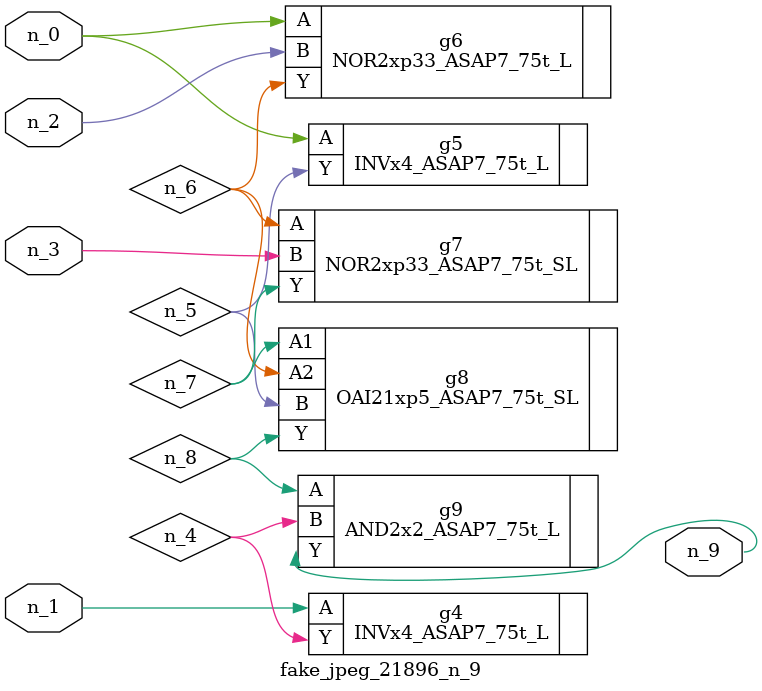
<source format=v>
module fake_jpeg_21896_n_9 (n_0, n_3, n_2, n_1, n_9);

input n_0;
input n_3;
input n_2;
input n_1;

output n_9;

wire n_4;
wire n_8;
wire n_6;
wire n_5;
wire n_7;

INVx4_ASAP7_75t_L g4 ( 
.A(n_1),
.Y(n_4)
);

INVx4_ASAP7_75t_L g5 ( 
.A(n_0),
.Y(n_5)
);

NOR2xp33_ASAP7_75t_L g6 ( 
.A(n_0),
.B(n_2),
.Y(n_6)
);

NOR2xp33_ASAP7_75t_SL g7 ( 
.A(n_6),
.B(n_3),
.Y(n_7)
);

OAI21xp5_ASAP7_75t_SL g8 ( 
.A1(n_7),
.A2(n_6),
.B(n_5),
.Y(n_8)
);

AND2x2_ASAP7_75t_L g9 ( 
.A(n_8),
.B(n_4),
.Y(n_9)
);


endmodule
</source>
